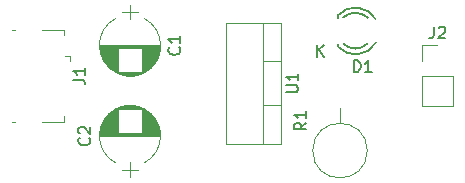
<source format=gto>
G04 #@! TF.FileFunction,Legend,Top*
%FSLAX46Y46*%
G04 Gerber Fmt 4.6, Leading zero omitted, Abs format (unit mm)*
G04 Created by KiCad (PCBNEW 4.0.7) date Friday, 14 September '14e' 2018 'PM' 'le44' 22:03:44*
%MOMM*%
%LPD*%
G01*
G04 APERTURE LIST*
%ADD10C,0.100000*%
%ADD11C,0.120000*%
%ADD12C,0.150000*%
G04 APERTURE END LIST*
D10*
D11*
X120559723Y-77215722D02*
G75*
G03X120560000Y-72604420I-1179723J2305722D01*
G01*
X118200277Y-77215722D02*
G75*
G02X118200000Y-72604420I1179723J2305722D01*
G01*
X118200277Y-77215722D02*
G75*
G03X120560000Y-77215580I1179723J2305722D01*
G01*
X121930000Y-74910000D02*
X116830000Y-74910000D01*
X121930000Y-74950000D02*
X116830000Y-74950000D01*
X121929000Y-74990000D02*
X116831000Y-74990000D01*
X121928000Y-75030000D02*
X116832000Y-75030000D01*
X121926000Y-75070000D02*
X116834000Y-75070000D01*
X121923000Y-75110000D02*
X116837000Y-75110000D01*
X121919000Y-75150000D02*
X116841000Y-75150000D01*
X121915000Y-75190000D02*
X120360000Y-75190000D01*
X118400000Y-75190000D02*
X116845000Y-75190000D01*
X121911000Y-75230000D02*
X120360000Y-75230000D01*
X118400000Y-75230000D02*
X116849000Y-75230000D01*
X121905000Y-75270000D02*
X120360000Y-75270000D01*
X118400000Y-75270000D02*
X116855000Y-75270000D01*
X121899000Y-75310000D02*
X120360000Y-75310000D01*
X118400000Y-75310000D02*
X116861000Y-75310000D01*
X121893000Y-75350000D02*
X120360000Y-75350000D01*
X118400000Y-75350000D02*
X116867000Y-75350000D01*
X121886000Y-75390000D02*
X120360000Y-75390000D01*
X118400000Y-75390000D02*
X116874000Y-75390000D01*
X121878000Y-75430000D02*
X120360000Y-75430000D01*
X118400000Y-75430000D02*
X116882000Y-75430000D01*
X121869000Y-75470000D02*
X120360000Y-75470000D01*
X118400000Y-75470000D02*
X116891000Y-75470000D01*
X121860000Y-75510000D02*
X120360000Y-75510000D01*
X118400000Y-75510000D02*
X116900000Y-75510000D01*
X121850000Y-75550000D02*
X120360000Y-75550000D01*
X118400000Y-75550000D02*
X116910000Y-75550000D01*
X121840000Y-75590000D02*
X120360000Y-75590000D01*
X118400000Y-75590000D02*
X116920000Y-75590000D01*
X121828000Y-75631000D02*
X120360000Y-75631000D01*
X118400000Y-75631000D02*
X116932000Y-75631000D01*
X121816000Y-75671000D02*
X120360000Y-75671000D01*
X118400000Y-75671000D02*
X116944000Y-75671000D01*
X121804000Y-75711000D02*
X120360000Y-75711000D01*
X118400000Y-75711000D02*
X116956000Y-75711000D01*
X121790000Y-75751000D02*
X120360000Y-75751000D01*
X118400000Y-75751000D02*
X116970000Y-75751000D01*
X121776000Y-75791000D02*
X120360000Y-75791000D01*
X118400000Y-75791000D02*
X116984000Y-75791000D01*
X121762000Y-75831000D02*
X120360000Y-75831000D01*
X118400000Y-75831000D02*
X116998000Y-75831000D01*
X121746000Y-75871000D02*
X120360000Y-75871000D01*
X118400000Y-75871000D02*
X117014000Y-75871000D01*
X121730000Y-75911000D02*
X120360000Y-75911000D01*
X118400000Y-75911000D02*
X117030000Y-75911000D01*
X121713000Y-75951000D02*
X120360000Y-75951000D01*
X118400000Y-75951000D02*
X117047000Y-75951000D01*
X121695000Y-75991000D02*
X120360000Y-75991000D01*
X118400000Y-75991000D02*
X117065000Y-75991000D01*
X121676000Y-76031000D02*
X120360000Y-76031000D01*
X118400000Y-76031000D02*
X117084000Y-76031000D01*
X121656000Y-76071000D02*
X120360000Y-76071000D01*
X118400000Y-76071000D02*
X117104000Y-76071000D01*
X121636000Y-76111000D02*
X120360000Y-76111000D01*
X118400000Y-76111000D02*
X117124000Y-76111000D01*
X121614000Y-76151000D02*
X120360000Y-76151000D01*
X118400000Y-76151000D02*
X117146000Y-76151000D01*
X121592000Y-76191000D02*
X120360000Y-76191000D01*
X118400000Y-76191000D02*
X117168000Y-76191000D01*
X121569000Y-76231000D02*
X120360000Y-76231000D01*
X118400000Y-76231000D02*
X117191000Y-76231000D01*
X121545000Y-76271000D02*
X120360000Y-76271000D01*
X118400000Y-76271000D02*
X117215000Y-76271000D01*
X121520000Y-76311000D02*
X120360000Y-76311000D01*
X118400000Y-76311000D02*
X117240000Y-76311000D01*
X121493000Y-76351000D02*
X120360000Y-76351000D01*
X118400000Y-76351000D02*
X117267000Y-76351000D01*
X121466000Y-76391000D02*
X120360000Y-76391000D01*
X118400000Y-76391000D02*
X117294000Y-76391000D01*
X121438000Y-76431000D02*
X120360000Y-76431000D01*
X118400000Y-76431000D02*
X117322000Y-76431000D01*
X121408000Y-76471000D02*
X120360000Y-76471000D01*
X118400000Y-76471000D02*
X117352000Y-76471000D01*
X121377000Y-76511000D02*
X120360000Y-76511000D01*
X118400000Y-76511000D02*
X117383000Y-76511000D01*
X121345000Y-76551000D02*
X120360000Y-76551000D01*
X118400000Y-76551000D02*
X117415000Y-76551000D01*
X121312000Y-76591000D02*
X120360000Y-76591000D01*
X118400000Y-76591000D02*
X117448000Y-76591000D01*
X121277000Y-76631000D02*
X120360000Y-76631000D01*
X118400000Y-76631000D02*
X117483000Y-76631000D01*
X121241000Y-76671000D02*
X120360000Y-76671000D01*
X118400000Y-76671000D02*
X117519000Y-76671000D01*
X121203000Y-76711000D02*
X120360000Y-76711000D01*
X118400000Y-76711000D02*
X117557000Y-76711000D01*
X121163000Y-76751000D02*
X120360000Y-76751000D01*
X118400000Y-76751000D02*
X117597000Y-76751000D01*
X121122000Y-76791000D02*
X120360000Y-76791000D01*
X118400000Y-76791000D02*
X117638000Y-76791000D01*
X121079000Y-76831000D02*
X120360000Y-76831000D01*
X118400000Y-76831000D02*
X117681000Y-76831000D01*
X121034000Y-76871000D02*
X120360000Y-76871000D01*
X118400000Y-76871000D02*
X117726000Y-76871000D01*
X120986000Y-76911000D02*
X120360000Y-76911000D01*
X118400000Y-76911000D02*
X117774000Y-76911000D01*
X120936000Y-76951000D02*
X120360000Y-76951000D01*
X118400000Y-76951000D02*
X117824000Y-76951000D01*
X120884000Y-76991000D02*
X120360000Y-76991000D01*
X118400000Y-76991000D02*
X117876000Y-76991000D01*
X120828000Y-77031000D02*
X120360000Y-77031000D01*
X118400000Y-77031000D02*
X117932000Y-77031000D01*
X120770000Y-77071000D02*
X120360000Y-77071000D01*
X118400000Y-77071000D02*
X117990000Y-77071000D01*
X120707000Y-77111000D02*
X120360000Y-77111000D01*
X118400000Y-77111000D02*
X118053000Y-77111000D01*
X120641000Y-77151000D02*
X118119000Y-77151000D01*
X120569000Y-77191000D02*
X118191000Y-77191000D01*
X120492000Y-77231000D02*
X118268000Y-77231000D01*
X120408000Y-77271000D02*
X118352000Y-77271000D01*
X120314000Y-77311000D02*
X118446000Y-77311000D01*
X120209000Y-77351000D02*
X118551000Y-77351000D01*
X120087000Y-77391000D02*
X118673000Y-77391000D01*
X119939000Y-77431000D02*
X118821000Y-77431000D01*
X119734000Y-77471000D02*
X119026000Y-77471000D01*
X119380000Y-71460000D02*
X119380000Y-72660000D01*
X120030000Y-72060000D02*
X118730000Y-72060000D01*
X118200277Y-80264278D02*
G75*
G03X118200000Y-84875580I1179723J-2305722D01*
G01*
X120559723Y-80264278D02*
G75*
G02X120560000Y-84875580I-1179723J-2305722D01*
G01*
X120559723Y-80264278D02*
G75*
G03X118200000Y-80264420I-1179723J-2305722D01*
G01*
X116830000Y-82570000D02*
X121930000Y-82570000D01*
X116830000Y-82530000D02*
X121930000Y-82530000D01*
X116831000Y-82490000D02*
X121929000Y-82490000D01*
X116832000Y-82450000D02*
X121928000Y-82450000D01*
X116834000Y-82410000D02*
X121926000Y-82410000D01*
X116837000Y-82370000D02*
X121923000Y-82370000D01*
X116841000Y-82330000D02*
X121919000Y-82330000D01*
X116845000Y-82290000D02*
X118400000Y-82290000D01*
X120360000Y-82290000D02*
X121915000Y-82290000D01*
X116849000Y-82250000D02*
X118400000Y-82250000D01*
X120360000Y-82250000D02*
X121911000Y-82250000D01*
X116855000Y-82210000D02*
X118400000Y-82210000D01*
X120360000Y-82210000D02*
X121905000Y-82210000D01*
X116861000Y-82170000D02*
X118400000Y-82170000D01*
X120360000Y-82170000D02*
X121899000Y-82170000D01*
X116867000Y-82130000D02*
X118400000Y-82130000D01*
X120360000Y-82130000D02*
X121893000Y-82130000D01*
X116874000Y-82090000D02*
X118400000Y-82090000D01*
X120360000Y-82090000D02*
X121886000Y-82090000D01*
X116882000Y-82050000D02*
X118400000Y-82050000D01*
X120360000Y-82050000D02*
X121878000Y-82050000D01*
X116891000Y-82010000D02*
X118400000Y-82010000D01*
X120360000Y-82010000D02*
X121869000Y-82010000D01*
X116900000Y-81970000D02*
X118400000Y-81970000D01*
X120360000Y-81970000D02*
X121860000Y-81970000D01*
X116910000Y-81930000D02*
X118400000Y-81930000D01*
X120360000Y-81930000D02*
X121850000Y-81930000D01*
X116920000Y-81890000D02*
X118400000Y-81890000D01*
X120360000Y-81890000D02*
X121840000Y-81890000D01*
X116932000Y-81849000D02*
X118400000Y-81849000D01*
X120360000Y-81849000D02*
X121828000Y-81849000D01*
X116944000Y-81809000D02*
X118400000Y-81809000D01*
X120360000Y-81809000D02*
X121816000Y-81809000D01*
X116956000Y-81769000D02*
X118400000Y-81769000D01*
X120360000Y-81769000D02*
X121804000Y-81769000D01*
X116970000Y-81729000D02*
X118400000Y-81729000D01*
X120360000Y-81729000D02*
X121790000Y-81729000D01*
X116984000Y-81689000D02*
X118400000Y-81689000D01*
X120360000Y-81689000D02*
X121776000Y-81689000D01*
X116998000Y-81649000D02*
X118400000Y-81649000D01*
X120360000Y-81649000D02*
X121762000Y-81649000D01*
X117014000Y-81609000D02*
X118400000Y-81609000D01*
X120360000Y-81609000D02*
X121746000Y-81609000D01*
X117030000Y-81569000D02*
X118400000Y-81569000D01*
X120360000Y-81569000D02*
X121730000Y-81569000D01*
X117047000Y-81529000D02*
X118400000Y-81529000D01*
X120360000Y-81529000D02*
X121713000Y-81529000D01*
X117065000Y-81489000D02*
X118400000Y-81489000D01*
X120360000Y-81489000D02*
X121695000Y-81489000D01*
X117084000Y-81449000D02*
X118400000Y-81449000D01*
X120360000Y-81449000D02*
X121676000Y-81449000D01*
X117104000Y-81409000D02*
X118400000Y-81409000D01*
X120360000Y-81409000D02*
X121656000Y-81409000D01*
X117124000Y-81369000D02*
X118400000Y-81369000D01*
X120360000Y-81369000D02*
X121636000Y-81369000D01*
X117146000Y-81329000D02*
X118400000Y-81329000D01*
X120360000Y-81329000D02*
X121614000Y-81329000D01*
X117168000Y-81289000D02*
X118400000Y-81289000D01*
X120360000Y-81289000D02*
X121592000Y-81289000D01*
X117191000Y-81249000D02*
X118400000Y-81249000D01*
X120360000Y-81249000D02*
X121569000Y-81249000D01*
X117215000Y-81209000D02*
X118400000Y-81209000D01*
X120360000Y-81209000D02*
X121545000Y-81209000D01*
X117240000Y-81169000D02*
X118400000Y-81169000D01*
X120360000Y-81169000D02*
X121520000Y-81169000D01*
X117267000Y-81129000D02*
X118400000Y-81129000D01*
X120360000Y-81129000D02*
X121493000Y-81129000D01*
X117294000Y-81089000D02*
X118400000Y-81089000D01*
X120360000Y-81089000D02*
X121466000Y-81089000D01*
X117322000Y-81049000D02*
X118400000Y-81049000D01*
X120360000Y-81049000D02*
X121438000Y-81049000D01*
X117352000Y-81009000D02*
X118400000Y-81009000D01*
X120360000Y-81009000D02*
X121408000Y-81009000D01*
X117383000Y-80969000D02*
X118400000Y-80969000D01*
X120360000Y-80969000D02*
X121377000Y-80969000D01*
X117415000Y-80929000D02*
X118400000Y-80929000D01*
X120360000Y-80929000D02*
X121345000Y-80929000D01*
X117448000Y-80889000D02*
X118400000Y-80889000D01*
X120360000Y-80889000D02*
X121312000Y-80889000D01*
X117483000Y-80849000D02*
X118400000Y-80849000D01*
X120360000Y-80849000D02*
X121277000Y-80849000D01*
X117519000Y-80809000D02*
X118400000Y-80809000D01*
X120360000Y-80809000D02*
X121241000Y-80809000D01*
X117557000Y-80769000D02*
X118400000Y-80769000D01*
X120360000Y-80769000D02*
X121203000Y-80769000D01*
X117597000Y-80729000D02*
X118400000Y-80729000D01*
X120360000Y-80729000D02*
X121163000Y-80729000D01*
X117638000Y-80689000D02*
X118400000Y-80689000D01*
X120360000Y-80689000D02*
X121122000Y-80689000D01*
X117681000Y-80649000D02*
X118400000Y-80649000D01*
X120360000Y-80649000D02*
X121079000Y-80649000D01*
X117726000Y-80609000D02*
X118400000Y-80609000D01*
X120360000Y-80609000D02*
X121034000Y-80609000D01*
X117774000Y-80569000D02*
X118400000Y-80569000D01*
X120360000Y-80569000D02*
X120986000Y-80569000D01*
X117824000Y-80529000D02*
X118400000Y-80529000D01*
X120360000Y-80529000D02*
X120936000Y-80529000D01*
X117876000Y-80489000D02*
X118400000Y-80489000D01*
X120360000Y-80489000D02*
X120884000Y-80489000D01*
X117932000Y-80449000D02*
X118400000Y-80449000D01*
X120360000Y-80449000D02*
X120828000Y-80449000D01*
X117990000Y-80409000D02*
X118400000Y-80409000D01*
X120360000Y-80409000D02*
X120770000Y-80409000D01*
X118053000Y-80369000D02*
X118400000Y-80369000D01*
X120360000Y-80369000D02*
X120707000Y-80369000D01*
X118119000Y-80329000D02*
X120641000Y-80329000D01*
X118191000Y-80289000D02*
X120569000Y-80289000D01*
X118268000Y-80249000D02*
X120492000Y-80249000D01*
X118352000Y-80209000D02*
X120408000Y-80209000D01*
X118446000Y-80169000D02*
X120314000Y-80169000D01*
X118551000Y-80129000D02*
X120209000Y-80129000D01*
X118673000Y-80089000D02*
X120087000Y-80089000D01*
X118821000Y-80049000D02*
X119939000Y-80049000D01*
X119026000Y-80009000D02*
X119734000Y-80009000D01*
X119380000Y-86020000D02*
X119380000Y-84820000D01*
X118730000Y-85420000D02*
X120030000Y-85420000D01*
D12*
X136961000Y-74974000D02*
X136961000Y-74774000D01*
X136961000Y-72380000D02*
X136961000Y-72560000D01*
X140188744Y-72690357D02*
G75*
G03X136961000Y-72374000I-1727744J-1003643D01*
G01*
X139513006Y-72560932D02*
G75*
G03X137410000Y-72560000I-1052006J-1133068D01*
G01*
X136973780Y-75000726D02*
G75*
G03X140211000Y-74654000I1497220J1306726D01*
G01*
X137447111Y-74773253D02*
G75*
G03X139495000Y-74754000I1013889J1079253D01*
G01*
D11*
X113775000Y-73570000D02*
X113775000Y-74020000D01*
X111925000Y-73570000D02*
X113775000Y-73570000D01*
X109375000Y-81370000D02*
X109625000Y-81370000D01*
X109375000Y-73570000D02*
X109625000Y-73570000D01*
X111925000Y-81370000D02*
X113775000Y-81370000D01*
X113775000Y-81370000D02*
X113775000Y-80920000D01*
X114325000Y-75770000D02*
X114325000Y-76220000D01*
X114325000Y-75770000D02*
X113875000Y-75770000D01*
X144085000Y-80070000D02*
X146745000Y-80070000D01*
X144085000Y-77470000D02*
X144085000Y-80070000D01*
X146745000Y-77470000D02*
X146745000Y-80070000D01*
X144085000Y-77470000D02*
X146745000Y-77470000D01*
X144085000Y-76200000D02*
X144085000Y-74870000D01*
X144085000Y-74870000D02*
X145415000Y-74870000D01*
X139470000Y-83820000D02*
G75*
G03X139470000Y-83820000I-2310000J0D01*
G01*
X137160000Y-81510000D02*
X137160000Y-80240000D01*
X132160000Y-72985000D02*
X132160000Y-83225000D01*
X127519000Y-72985000D02*
X127519000Y-83225000D01*
X132160000Y-72985000D02*
X127519000Y-72985000D01*
X132160000Y-83225000D02*
X127519000Y-83225000D01*
X130650000Y-72985000D02*
X130650000Y-83225000D01*
X132160000Y-76255000D02*
X130650000Y-76255000D01*
X132160000Y-79956000D02*
X130650000Y-79956000D01*
D12*
X123547143Y-75076666D02*
X123594762Y-75124285D01*
X123642381Y-75267142D01*
X123642381Y-75362380D01*
X123594762Y-75505238D01*
X123499524Y-75600476D01*
X123404286Y-75648095D01*
X123213810Y-75695714D01*
X123070952Y-75695714D01*
X122880476Y-75648095D01*
X122785238Y-75600476D01*
X122690000Y-75505238D01*
X122642381Y-75362380D01*
X122642381Y-75267142D01*
X122690000Y-75124285D01*
X122737619Y-75076666D01*
X123642381Y-74124285D02*
X123642381Y-74695714D01*
X123642381Y-74410000D02*
X122642381Y-74410000D01*
X122785238Y-74505238D01*
X122880476Y-74600476D01*
X122928095Y-74695714D01*
X115927143Y-82736666D02*
X115974762Y-82784285D01*
X116022381Y-82927142D01*
X116022381Y-83022380D01*
X115974762Y-83165238D01*
X115879524Y-83260476D01*
X115784286Y-83308095D01*
X115593810Y-83355714D01*
X115450952Y-83355714D01*
X115260476Y-83308095D01*
X115165238Y-83260476D01*
X115070000Y-83165238D01*
X115022381Y-83022380D01*
X115022381Y-82927142D01*
X115070000Y-82784285D01*
X115117619Y-82736666D01*
X115117619Y-82355714D02*
X115070000Y-82308095D01*
X115022381Y-82212857D01*
X115022381Y-81974761D01*
X115070000Y-81879523D01*
X115117619Y-81831904D01*
X115212857Y-81784285D01*
X115308095Y-81784285D01*
X115450952Y-81831904D01*
X116022381Y-82403333D01*
X116022381Y-81784285D01*
X138331905Y-77172381D02*
X138331905Y-76172381D01*
X138570000Y-76172381D01*
X138712858Y-76220000D01*
X138808096Y-76315238D01*
X138855715Y-76410476D01*
X138903334Y-76600952D01*
X138903334Y-76743810D01*
X138855715Y-76934286D01*
X138808096Y-77029524D01*
X138712858Y-77124762D01*
X138570000Y-77172381D01*
X138331905Y-77172381D01*
X139855715Y-77172381D02*
X139284286Y-77172381D01*
X139570000Y-77172381D02*
X139570000Y-76172381D01*
X139474762Y-76315238D01*
X139379524Y-76410476D01*
X139284286Y-76458095D01*
X135208095Y-75852381D02*
X135208095Y-74852381D01*
X135779524Y-75852381D02*
X135350952Y-75280952D01*
X135779524Y-74852381D02*
X135208095Y-75423810D01*
X114577381Y-77803333D02*
X115291667Y-77803333D01*
X115434524Y-77850953D01*
X115529762Y-77946191D01*
X115577381Y-78089048D01*
X115577381Y-78184286D01*
X115577381Y-76803333D02*
X115577381Y-77374762D01*
X115577381Y-77089048D02*
X114577381Y-77089048D01*
X114720238Y-77184286D01*
X114815476Y-77279524D01*
X114863095Y-77374762D01*
X145081667Y-73322381D02*
X145081667Y-74036667D01*
X145034047Y-74179524D01*
X144938809Y-74274762D01*
X144795952Y-74322381D01*
X144700714Y-74322381D01*
X145510238Y-73417619D02*
X145557857Y-73370000D01*
X145653095Y-73322381D01*
X145891191Y-73322381D01*
X145986429Y-73370000D01*
X146034048Y-73417619D01*
X146081667Y-73512857D01*
X146081667Y-73608095D01*
X146034048Y-73750952D01*
X145462619Y-74322381D01*
X146081667Y-74322381D01*
X134302381Y-81446666D02*
X133826190Y-81780000D01*
X134302381Y-82018095D02*
X133302381Y-82018095D01*
X133302381Y-81637142D01*
X133350000Y-81541904D01*
X133397619Y-81494285D01*
X133492857Y-81446666D01*
X133635714Y-81446666D01*
X133730952Y-81494285D01*
X133778571Y-81541904D01*
X133826190Y-81637142D01*
X133826190Y-82018095D01*
X134302381Y-80494285D02*
X134302381Y-81065714D01*
X134302381Y-80780000D02*
X133302381Y-80780000D01*
X133445238Y-80875238D01*
X133540476Y-80970476D01*
X133588095Y-81065714D01*
X132612381Y-78866905D02*
X133421905Y-78866905D01*
X133517143Y-78819286D01*
X133564762Y-78771667D01*
X133612381Y-78676429D01*
X133612381Y-78485952D01*
X133564762Y-78390714D01*
X133517143Y-78343095D01*
X133421905Y-78295476D01*
X132612381Y-78295476D01*
X133612381Y-77295476D02*
X133612381Y-77866905D01*
X133612381Y-77581191D02*
X132612381Y-77581191D01*
X132755238Y-77676429D01*
X132850476Y-77771667D01*
X132898095Y-77866905D01*
M02*

</source>
